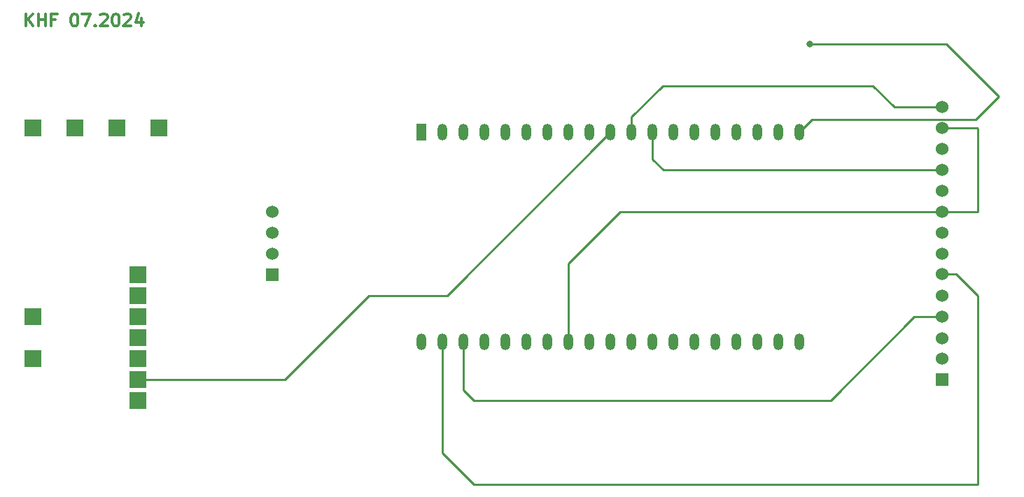
<source format=gbr>
%TF.GenerationSoftware,KiCad,Pcbnew,7.0.8*%
%TF.CreationDate,2024-07-13T09:20:10+02:00*%
%TF.ProjectId,ESP32_TFT2-8,45535033-325f-4544-9654-322d382e6b69,rev?*%
%TF.SameCoordinates,Original*%
%TF.FileFunction,Copper,L1,Top*%
%TF.FilePolarity,Positive*%
%FSLAX46Y46*%
G04 Gerber Fmt 4.6, Leading zero omitted, Abs format (unit mm)*
G04 Created by KiCad (PCBNEW 7.0.8) date 2024-07-13 09:20:10*
%MOMM*%
%LPD*%
G01*
G04 APERTURE LIST*
%ADD10C,0.300000*%
%TA.AperFunction,NonConductor*%
%ADD11C,0.300000*%
%TD*%
%TA.AperFunction,ComponentPad*%
%ADD12R,2.000000X2.000000*%
%TD*%
%TA.AperFunction,ComponentPad*%
%ADD13R,1.524000X1.524000*%
%TD*%
%TA.AperFunction,ComponentPad*%
%ADD14C,1.524000*%
%TD*%
%TA.AperFunction,ComponentPad*%
%ADD15R,1.200000X2.000000*%
%TD*%
%TA.AperFunction,ComponentPad*%
%ADD16O,1.200000X2.000000*%
%TD*%
%TA.AperFunction,ViaPad*%
%ADD17C,0.800000*%
%TD*%
%TA.AperFunction,Conductor*%
%ADD18C,0.250000*%
%TD*%
G04 APERTURE END LIST*
D10*
D11*
X88094510Y-81690828D02*
X88094510Y-80190828D01*
X88951653Y-81690828D02*
X88308796Y-80833685D01*
X88951653Y-80190828D02*
X88094510Y-81047971D01*
X89594510Y-81690828D02*
X89594510Y-80190828D01*
X89594510Y-80905114D02*
X90451653Y-80905114D01*
X90451653Y-81690828D02*
X90451653Y-80190828D01*
X91665939Y-80905114D02*
X91165939Y-80905114D01*
X91165939Y-81690828D02*
X91165939Y-80190828D01*
X91165939Y-80190828D02*
X91880225Y-80190828D01*
X93880225Y-80190828D02*
X94023082Y-80190828D01*
X94023082Y-80190828D02*
X94165939Y-80262257D01*
X94165939Y-80262257D02*
X94237368Y-80333685D01*
X94237368Y-80333685D02*
X94308796Y-80476542D01*
X94308796Y-80476542D02*
X94380225Y-80762257D01*
X94380225Y-80762257D02*
X94380225Y-81119400D01*
X94380225Y-81119400D02*
X94308796Y-81405114D01*
X94308796Y-81405114D02*
X94237368Y-81547971D01*
X94237368Y-81547971D02*
X94165939Y-81619400D01*
X94165939Y-81619400D02*
X94023082Y-81690828D01*
X94023082Y-81690828D02*
X93880225Y-81690828D01*
X93880225Y-81690828D02*
X93737368Y-81619400D01*
X93737368Y-81619400D02*
X93665939Y-81547971D01*
X93665939Y-81547971D02*
X93594510Y-81405114D01*
X93594510Y-81405114D02*
X93523082Y-81119400D01*
X93523082Y-81119400D02*
X93523082Y-80762257D01*
X93523082Y-80762257D02*
X93594510Y-80476542D01*
X93594510Y-80476542D02*
X93665939Y-80333685D01*
X93665939Y-80333685D02*
X93737368Y-80262257D01*
X93737368Y-80262257D02*
X93880225Y-80190828D01*
X94880224Y-80190828D02*
X95880224Y-80190828D01*
X95880224Y-80190828D02*
X95237367Y-81690828D01*
X96451652Y-81547971D02*
X96523081Y-81619400D01*
X96523081Y-81619400D02*
X96451652Y-81690828D01*
X96451652Y-81690828D02*
X96380224Y-81619400D01*
X96380224Y-81619400D02*
X96451652Y-81547971D01*
X96451652Y-81547971D02*
X96451652Y-81690828D01*
X97094510Y-80333685D02*
X97165938Y-80262257D01*
X97165938Y-80262257D02*
X97308796Y-80190828D01*
X97308796Y-80190828D02*
X97665938Y-80190828D01*
X97665938Y-80190828D02*
X97808796Y-80262257D01*
X97808796Y-80262257D02*
X97880224Y-80333685D01*
X97880224Y-80333685D02*
X97951653Y-80476542D01*
X97951653Y-80476542D02*
X97951653Y-80619400D01*
X97951653Y-80619400D02*
X97880224Y-80833685D01*
X97880224Y-80833685D02*
X97023081Y-81690828D01*
X97023081Y-81690828D02*
X97951653Y-81690828D01*
X98880224Y-80190828D02*
X99023081Y-80190828D01*
X99023081Y-80190828D02*
X99165938Y-80262257D01*
X99165938Y-80262257D02*
X99237367Y-80333685D01*
X99237367Y-80333685D02*
X99308795Y-80476542D01*
X99308795Y-80476542D02*
X99380224Y-80762257D01*
X99380224Y-80762257D02*
X99380224Y-81119400D01*
X99380224Y-81119400D02*
X99308795Y-81405114D01*
X99308795Y-81405114D02*
X99237367Y-81547971D01*
X99237367Y-81547971D02*
X99165938Y-81619400D01*
X99165938Y-81619400D02*
X99023081Y-81690828D01*
X99023081Y-81690828D02*
X98880224Y-81690828D01*
X98880224Y-81690828D02*
X98737367Y-81619400D01*
X98737367Y-81619400D02*
X98665938Y-81547971D01*
X98665938Y-81547971D02*
X98594509Y-81405114D01*
X98594509Y-81405114D02*
X98523081Y-81119400D01*
X98523081Y-81119400D02*
X98523081Y-80762257D01*
X98523081Y-80762257D02*
X98594509Y-80476542D01*
X98594509Y-80476542D02*
X98665938Y-80333685D01*
X98665938Y-80333685D02*
X98737367Y-80262257D01*
X98737367Y-80262257D02*
X98880224Y-80190828D01*
X99951652Y-80333685D02*
X100023080Y-80262257D01*
X100023080Y-80262257D02*
X100165938Y-80190828D01*
X100165938Y-80190828D02*
X100523080Y-80190828D01*
X100523080Y-80190828D02*
X100665938Y-80262257D01*
X100665938Y-80262257D02*
X100737366Y-80333685D01*
X100737366Y-80333685D02*
X100808795Y-80476542D01*
X100808795Y-80476542D02*
X100808795Y-80619400D01*
X100808795Y-80619400D02*
X100737366Y-80833685D01*
X100737366Y-80833685D02*
X99880223Y-81690828D01*
X99880223Y-81690828D02*
X100808795Y-81690828D01*
X102094509Y-80690828D02*
X102094509Y-81690828D01*
X101737366Y-80119400D02*
X101380223Y-81190828D01*
X101380223Y-81190828D02*
X102308794Y-81190828D01*
D12*
%TO.P,U5,1,LP*%
%TO.N,Net-(U3-LP)*%
X99060000Y-93980000D03*
%TD*%
%TO.P,U11,1,LP*%
%TO.N,Net-(U1-32K_XN{slash}GPIO33{slash}ADC1_CH5)*%
X101600000Y-121920000D03*
%TD*%
D13*
%TO.P,U2,1,VCC*%
%TO.N,Net-(U1-3V3)*%
X198909600Y-124536320D03*
D14*
%TO.P,U2,2,GND*%
%TO.N,Net-(U10-LP)*%
X198909600Y-121996320D03*
%TO.P,U2,3,CS*%
%TO.N,Net-(U1-GPIO5)*%
X198909600Y-119486320D03*
%TO.P,U2,4,RESET*%
%TO.N,Net-(U1-GPIO22)*%
X198909600Y-116916320D03*
%TO.P,U2,5,DC*%
%TO.N,unconnected-(U2-DC-Pad5)*%
X198909600Y-114376320D03*
%TO.P,U2,6,MOSI*%
%TO.N,Net-(U1-GPIO23)*%
X198909600Y-111736320D03*
%TO.P,U2,7,SCK*%
%TO.N,Net-(U1-GPIO18)*%
X198909600Y-109296320D03*
%TO.P,U2,8,LED*%
%TO.N,unconnected-(U2-LED-Pad8)*%
X198909600Y-106756320D03*
%TO.P,U2,9,MISO*%
%TO.N,Net-(U1-GPIO19)*%
X198909600Y-104216320D03*
%TO.P,U2,10,T_CLK*%
%TO.N,Net-(U1-GPIO18)*%
X198909600Y-101676320D03*
%TO.P,U2,11,T_CS*%
%TO.N,Net-(U1-MTMS{slash}GPIO14{slash}ADC2_CH6)*%
X198909600Y-99136320D03*
%TO.P,U2,12,T_DIN*%
%TO.N,Net-(U1-GPIO23)*%
X198909600Y-96596320D03*
%TO.P,U2,13,T_DQ*%
%TO.N,Net-(U1-GPIO19)*%
X198909600Y-94056320D03*
%TO.P,U2,14,T_IRQ*%
%TO.N,Net-(U1-ADC2_CH7{slash}GPIO27)*%
X198909600Y-91516320D03*
D13*
%TO.P,U2,15*%
%TO.N,N/C*%
X117909600Y-111796320D03*
D14*
%TO.P,U2,16*%
X117909600Y-109296320D03*
%TO.P,U2,17*%
X117909600Y-106756320D03*
%TO.P,U2,18*%
X117909600Y-104216320D03*
%TD*%
D12*
%TO.P,U7,1,LP*%
%TO.N,Net-(U1-5V)*%
X101600000Y-111760000D03*
%TD*%
%TO.P,U6,1,LP*%
%TO.N,Net-(U1-5V)*%
X104140000Y-93980000D03*
%TD*%
%TO.P,U14,1,LP*%
%TO.N,unconnected-(U14-LP-Pad1)*%
X88900000Y-116840000D03*
%TD*%
%TO.P,U15,1,LP*%
%TO.N,unconnected-(U15-LP-Pad1)*%
X88900000Y-121920000D03*
%TD*%
%TO.P,U8,1,LP*%
%TO.N,Net-(U10-LP)*%
X101600000Y-114300000D03*
%TD*%
%TO.P,U3,1,LP*%
%TO.N,Net-(U3-LP)*%
X88900000Y-93980000D03*
%TD*%
%TO.P,U4,1,LP*%
%TO.N,Net-(U10-LP)*%
X93980000Y-93980000D03*
%TD*%
%TO.P,U13,1,LP*%
%TO.N,Net-(U1-DAC_1{slash}ADC2_CH8{slash}GPIO25)*%
X101600000Y-127000000D03*
%TD*%
%TO.P,U12,1,LP*%
%TO.N,Net-(U1-DAC_2{slash}ADC2_CH9{slash}GPIO26)*%
X101600000Y-124460000D03*
%TD*%
%TO.P,U9,1,LP*%
%TO.N,Net-(U1-5V)*%
X101600000Y-116840000D03*
%TD*%
%TO.P,U10,1,LP*%
%TO.N,Net-(U10-LP)*%
X101600000Y-119380000D03*
%TD*%
D15*
%TO.P,U1,1,3V3*%
%TO.N,Net-(U1-3V3)*%
X135900000Y-94550000D03*
D16*
%TO.P,U1,2,CHIP_PU*%
%TO.N,unconnected-(U1-CHIP_PU-Pad2)*%
X138440000Y-94550000D03*
%TO.P,U1,3,SENSOR_VP/GPIO36/ADC1_CH0*%
%TO.N,unconnected-(U1-SENSOR_VP{slash}GPIO36{slash}ADC1_CH0-Pad3)*%
X140980000Y-94550000D03*
%TO.P,U1,4,SENSOR_VN/GPIO39/ADC1_CH3*%
%TO.N,unconnected-(U1-SENSOR_VN{slash}GPIO39{slash}ADC1_CH3-Pad4)*%
X143520000Y-94550000D03*
%TO.P,U1,5,VDET_1/GPIO34/ADC1_CH6*%
%TO.N,unconnected-(U1-VDET_1{slash}GPIO34{slash}ADC1_CH6-Pad5)*%
X146060000Y-94550000D03*
%TO.P,U1,6,VDET_2/GPIO35/ADC1_CH7*%
%TO.N,unconnected-(U1-VDET_2{slash}GPIO35{slash}ADC1_CH7-Pad6)*%
X148600000Y-94550000D03*
%TO.P,U1,7,32K_XP/GPIO32/ADC1_CH4*%
%TO.N,unconnected-(U1-32K_XP{slash}GPIO32{slash}ADC1_CH4-Pad7)*%
X151140000Y-94550000D03*
%TO.P,U1,8,32K_XN/GPIO33/ADC1_CH5*%
%TO.N,Net-(U1-32K_XN{slash}GPIO33{slash}ADC1_CH5)*%
X153680000Y-94550000D03*
%TO.P,U1,9,DAC_1/ADC2_CH8/GPIO25*%
%TO.N,Net-(U1-DAC_1{slash}ADC2_CH8{slash}GPIO25)*%
X156220000Y-94550000D03*
%TO.P,U1,10,DAC_2/ADC2_CH9/GPIO26*%
%TO.N,Net-(U1-DAC_2{slash}ADC2_CH9{slash}GPIO26)*%
X158760000Y-94550000D03*
%TO.P,U1,11,ADC2_CH7/GPIO27*%
%TO.N,Net-(U1-ADC2_CH7{slash}GPIO27)*%
X161300000Y-94550000D03*
%TO.P,U1,12,MTMS/GPIO14/ADC2_CH6*%
%TO.N,Net-(U1-MTMS{slash}GPIO14{slash}ADC2_CH6)*%
X163840000Y-94550000D03*
%TO.P,U1,13,MTDI/GPIO12/ADC2_CH5*%
%TO.N,unconnected-(U1-MTDI{slash}GPIO12{slash}ADC2_CH5-Pad13)*%
X166380000Y-94550000D03*
%TO.P,U1,14,GND*%
%TO.N,Net-(U10-LP)*%
X168920000Y-94550000D03*
%TO.P,U1,15,MTCK/GPIO13/ADC2_CH4*%
%TO.N,unconnected-(U1-MTCK{slash}GPIO13{slash}ADC2_CH4-Pad15)*%
X171460000Y-94550000D03*
%TO.P,U1,16,SD_DATA2/GPIO9*%
%TO.N,unconnected-(U1-SD_DATA2{slash}GPIO9-Pad16)*%
X174000000Y-94550000D03*
%TO.P,U1,17,SD_DATA3/GPIO10*%
%TO.N,unconnected-(U1-SD_DATA3{slash}GPIO10-Pad17)*%
X176540000Y-94550000D03*
%TO.P,U1,18,CMD*%
%TO.N,unconnected-(U1-CMD-Pad18)*%
X179080000Y-94550000D03*
%TO.P,U1,19,5V*%
%TO.N,Net-(U1-5V)*%
X181620000Y-94550000D03*
%TO.P,U1,20,SD_CLK/GPIO6*%
%TO.N,unconnected-(U1-SD_CLK{slash}GPIO6-Pad20)*%
X181617280Y-119946320D03*
%TO.P,U1,21,SD_DATA0/GPIO7*%
%TO.N,unconnected-(U1-SD_DATA0{slash}GPIO7-Pad21)*%
X179077280Y-119946320D03*
%TO.P,U1,22,SD_DATA1/GPIO8*%
%TO.N,unconnected-(U1-SD_DATA1{slash}GPIO8-Pad22)*%
X176540000Y-119950000D03*
%TO.P,U1,23,MTDO/GPIO15/ADC2_CH3*%
%TO.N,unconnected-(U1-MTDO{slash}GPIO15{slash}ADC2_CH3-Pad23)*%
X174000000Y-119950000D03*
%TO.P,U1,24,ADC2_CH2/GPIO2*%
%TO.N,unconnected-(U1-ADC2_CH2{slash}GPIO2-Pad24)*%
X171460000Y-119950000D03*
%TO.P,U1,25,GPIO0/BOOT/ADC2_CH1*%
%TO.N,unconnected-(U1-GPIO0{slash}BOOT{slash}ADC2_CH1-Pad25)*%
X168920000Y-119950000D03*
%TO.P,U1,26,ADC2_CH0/GPIO4*%
%TO.N,unconnected-(U1-ADC2_CH0{slash}GPIO4-Pad26)*%
X166380000Y-119950000D03*
%TO.P,U1,27,GPIO16*%
%TO.N,unconnected-(U1-GPIO16-Pad27)*%
X163840000Y-119950000D03*
%TO.P,U1,28,GPIO17*%
%TO.N,unconnected-(U1-GPIO17-Pad28)*%
X161300000Y-119950000D03*
%TO.P,U1,29,GPIO5*%
%TO.N,Net-(U1-GPIO5)*%
X158760000Y-119950000D03*
%TO.P,U1,30,GPIO18*%
%TO.N,Net-(U1-GPIO18)*%
X156220000Y-119950000D03*
%TO.P,U1,31,GPIO19*%
%TO.N,Net-(U1-GPIO19)*%
X153680000Y-119950000D03*
%TO.P,U1,32,GND*%
%TO.N,Net-(U10-LP)*%
X151140000Y-119950000D03*
%TO.P,U1,33,GPIO21*%
%TO.N,unconnected-(U1-GPIO21-Pad33)*%
X148600000Y-119950000D03*
%TO.P,U1,34,U0RXD/GPIO3*%
%TO.N,unconnected-(U1-U0RXD{slash}GPIO3-Pad34)*%
X146060000Y-119950000D03*
%TO.P,U1,35,U0TXD/GPIO1*%
%TO.N,unconnected-(U1-U0TXD{slash}GPIO1-Pad35)*%
X143520000Y-119950000D03*
%TO.P,U1,36,GPIO22*%
%TO.N,Net-(U1-GPIO22)*%
X140980000Y-119950000D03*
%TO.P,U1,37,GPIO23*%
%TO.N,Net-(U1-GPIO23)*%
X138440000Y-119950000D03*
%TO.P,U1,38,GND*%
%TO.N,Net-(U10-LP)*%
X135900000Y-119950000D03*
%TD*%
D17*
%TO.N,Net-(U1-5V)*%
X182880000Y-83820000D03*
%TD*%
D18*
%TO.N,Net-(U1-DAC_2{slash}ADC2_CH9{slash}GPIO26)*%
X158760000Y-94550000D02*
X139010000Y-114300000D01*
X139010000Y-114300000D02*
X129540000Y-114300000D01*
X129540000Y-114300000D02*
X119380000Y-124460000D01*
X119380000Y-124460000D02*
X101600000Y-124460000D01*
%TO.N,Net-(U1-ADC2_CH7{slash}GPIO27)*%
X165100000Y-88900000D02*
X161300000Y-92700000D01*
X161300000Y-92700000D02*
X161300000Y-94550000D01*
X198909600Y-91516320D02*
X193116320Y-91516320D01*
X193116320Y-91516320D02*
X190500000Y-88900000D01*
X190500000Y-88900000D02*
X165100000Y-88900000D01*
%TO.N,Net-(U1-MTMS{slash}GPIO14{slash}ADC2_CH6)*%
X163840000Y-97800000D02*
X163840000Y-94550000D01*
X165176320Y-99136320D02*
X163840000Y-97800000D01*
X198909600Y-99136320D02*
X165176320Y-99136320D01*
%TO.N,Net-(U1-5V)*%
X199390000Y-83820000D02*
X182880000Y-83820000D01*
X205740000Y-90170000D02*
X199390000Y-83820000D01*
X183200680Y-92969320D02*
X202940680Y-92969320D01*
X181620000Y-94550000D02*
X183200680Y-92969320D01*
X202940680Y-92969320D02*
X205740000Y-90170000D01*
%TO.N,Net-(U1-GPIO19)*%
X203200000Y-94132640D02*
X203200000Y-104140000D01*
X203123680Y-94056320D02*
X203200000Y-94132640D01*
X203200000Y-104140000D02*
X203123680Y-104216320D01*
X159943680Y-104216320D02*
X153680000Y-110480000D01*
X203123680Y-104216320D02*
X198909600Y-104216320D01*
X198909600Y-104216320D02*
X159943680Y-104216320D01*
X198909600Y-94056320D02*
X203123680Y-94056320D01*
X153680000Y-110480000D02*
X153680000Y-119950000D01*
%TO.N,Net-(U1-GPIO22)*%
X198909600Y-116916320D02*
X195503680Y-116916320D01*
X140980000Y-125740000D02*
X140980000Y-119950000D01*
X195503680Y-116916320D02*
X185420000Y-127000000D01*
X142240000Y-127000000D02*
X140980000Y-125740000D01*
X185420000Y-127000000D02*
X142240000Y-127000000D01*
%TO.N,Net-(U1-GPIO23)*%
X138440000Y-133360000D02*
X138440000Y-119950000D01*
X198909600Y-111736320D02*
X200636320Y-111736320D01*
X142240000Y-137160000D02*
X138440000Y-133360000D01*
X203200000Y-114300000D02*
X203200000Y-137160000D01*
X203200000Y-137160000D02*
X142240000Y-137160000D01*
X200636320Y-111736320D02*
X203200000Y-114300000D01*
%TD*%
M02*

</source>
